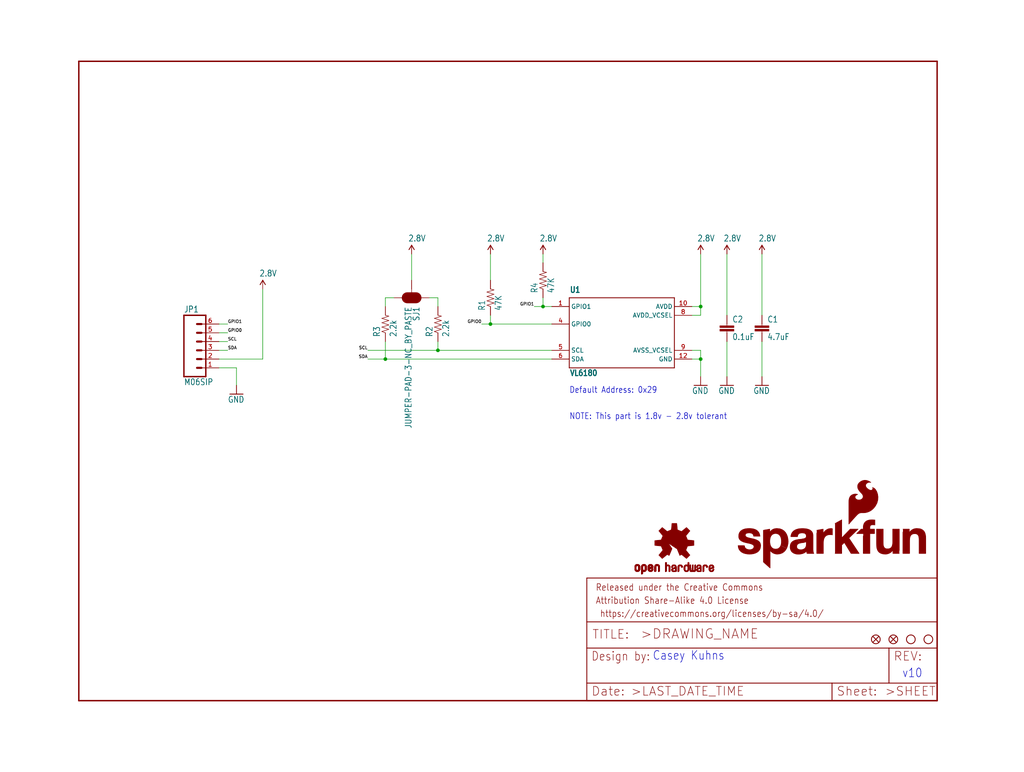
<source format=kicad_sch>
(kicad_sch (version 20211123) (generator eeschema)
  (paper "User" 297.002 223.926)
  (lib_symbols
    (symbol "eagleSchem-eagle-import:0.1UF-25V(+80{slash}-20%)(0603)"
      (property "Reference" "C" (at 1.524 2.921 0))
      (property "Value" "0.1UF-25V(+80{slash}-20%)(0603)" (at 1.524 -2.159 0))
      (symbol "0.1UF-25V(+80{slash}-20%)(0603)_1_0"
        (pin passive line (at 0 5.08 270) (length 2.54) (name "1") (number "1"))
        (pin passive line (at 0 -2.54 90) (length 2.54) (name "2") (number "2"))
      )
    )
    (symbol "eagleSchem-eagle-import:2.2KOHM1{slash}10W1%(0603)"
      (property "Reference" "R" (at -3.81 1.4986 0))
      (property "Value" "2.2KOHM1{slash}10W1%(0603)" (at -3.81 -3.302 0))
      (symbol "2.2KOHM1{slash}10W1%(0603)_1_0"
        (pin passive line (at -5.08 0 0) (length 2.54) (name "1") (number "1"))
        (pin passive line (at 5.08 0 180) (length 2.54) (name "2") (number "2"))
      )
    )
    (symbol "eagleSchem-eagle-import:2.8V" (power)
      (property "Value" "2.8V" (at -1.016 3.556 0))
      (symbol "2.8V_1_0"
        (pin power_in line (at 0 0 90) (length 2.54) (name "2.8V") (number "1"))
      )
    )
    (symbol "eagleSchem-eagle-import:4.7UF-6.3V-10%(0603)0603"
      (property "Reference" "C" (at 1.524 2.921 0))
      (property "Value" "4.7UF-6.3V-10%(0603)0603" (at 1.524 -2.159 0))
      (symbol "4.7UF-6.3V-10%(0603)0603_1_0"
        (pin passive line (at 0 5.08 270) (length 2.54) (name "1") (number "1"))
        (pin passive line (at 0 -2.54 90) (length 2.54) (name "2") (number "2"))
      )
    )
    (symbol "eagleSchem-eagle-import:47KOHM1{slash}10W1%(0603)"
      (property "Reference" "R" (at -3.81 1.4986 0))
      (property "Value" "47KOHM1{slash}10W1%(0603)" (at -3.81 -3.302 0))
      (symbol "47KOHM1{slash}10W1%(0603)_1_0"
        (pin passive line (at -5.08 0 0) (length 2.54) (name "1") (number "1"))
        (pin passive line (at 5.08 0 180) (length 2.54) (name "2") (number "2"))
      )
    )
    (symbol "eagleSchem-eagle-import:FIDUCIAL1X2")
    (symbol "eagleSchem-eagle-import:FRAME-LETTER"
      (symbol "FRAME-LETTER_2_0"
        (text " https://creativecommons.org/licenses/by-sa/4.0/" (at 2.54 24.13 0) (effects (font (size 1.9304 1.6408)) (justify left bottom)))
        (text ">DRAWING_NAME" (at 15.494 17.78 0) (effects (font (size 2.7432 2.7432)) (justify left bottom)))
        (text ">LAST_DATE_TIME" (at 12.7 1.27 0) (effects (font (size 2.54 2.54)) (justify left bottom)))
        (text ">SHEET" (at 86.36 1.27 0) (effects (font (size 2.54 2.54)) (justify left bottom)))
        (text "Attribution Share-Alike 4.0 License" (at 2.54 27.94 0) (effects (font (size 1.9304 1.6408)) (justify left bottom)))
        (text "Date:" (at 1.27 1.27 0) (effects (font (size 2.54 2.54)) (justify left bottom)))
        (text "Design by:" (at 1.27 11.43 0) (effects (font (size 2.54 2.159)) (justify left bottom)))
        (text "Released under the Creative Commons" (at 2.54 31.75 0) (effects (font (size 1.9304 1.6408)) (justify left bottom)))
        (text "REV:" (at 88.9 11.43 0) (effects (font (size 2.54 2.54)) (justify left bottom)))
        (text "Sheet:" (at 72.39 1.27 0) (effects (font (size 2.54 2.54)) (justify left bottom)))
        (text "TITLE:" (at 1.524 17.78 0) (effects (font (size 2.54 2.54)) (justify left bottom)))
      )
    )
    (symbol "eagleSchem-eagle-import:GND" (power)
      (property "Value" "GND" (at -2.54 -2.54 0))
      (symbol "GND_1_0"
        (pin power_in line (at 0 2.54 270) (length 2.54) (name "GND") (number "1"))
      )
    )
    (symbol "eagleSchem-eagle-import:JUMPER-PAD-3-NC_BY_PASTE"
      (property "Value" "JUMPER-PAD-3-NC_BY_PASTE" (at 2.54 -1.905 0))
      (symbol "JUMPER-PAD-3-NC_BY_PASTE_1_0"
        (pin passive line (at 0 5.08 270) (length 2.54) (name "1") (number "1"))
        (pin passive line (at -5.08 0 0) (length 2.54) (name "2") (number "2"))
        (pin passive line (at 0 -5.08 90) (length 2.54) (name "3") (number "3"))
      )
    )
    (symbol "eagleSchem-eagle-import:M06SIP"
      (property "Reference" "JP" (at -5.08 10.922 0))
      (property "Value" "M06SIP" (at -5.08 -10.16 0))
      (symbol "M06SIP_1_0"
        (pin passive line (at 5.08 -5.08 180) (length 5.08) (name "1") (number "1"))
        (pin passive line (at 5.08 -2.54 180) (length 5.08) (name "2") (number "2"))
        (pin passive line (at 5.08 0 180) (length 5.08) (name "3") (number "3"))
        (pin passive line (at 5.08 2.54 180) (length 5.08) (name "4") (number "4"))
        (pin passive line (at 5.08 5.08 180) (length 5.08) (name "5") (number "5"))
        (pin passive line (at 5.08 7.62 180) (length 5.08) (name "6") (number "6"))
      )
    )
    (symbol "eagleSchem-eagle-import:OSHW-LOGOS")
    (symbol "eagleSchem-eagle-import:SFE_LOGO_NAME_FLAME.1_INCH")
    (symbol "eagleSchem-eagle-import:STAND-OFF")
    (symbol "eagleSchem-eagle-import:VL6180"
      (property "Reference" "U" (at -15.24 11.43 0))
      (property "Value" "VL6180" (at -15.24 -12.7 0))
      (symbol "VL6180_1_0"
        (pin bidirectional line (at -20.32 7.62 0) (length 5.08) (name "GPIO1") (number "1"))
        (pin bidirectional line (at 20.32 7.62 180) (length 5.08) (name "AVDD") (number "10"))
        (pin bidirectional line (at 20.32 -7.62 180) (length 5.08) (name "GND") (number "12"))
        (pin bidirectional line (at -20.32 2.54 0) (length 5.08) (name "GPIO0") (number "4"))
        (pin bidirectional line (at -20.32 -5.08 0) (length 5.08) (name "SCL") (number "5"))
        (pin bidirectional line (at -20.32 -7.62 0) (length 5.08) (name "SDA") (number "6"))
        (pin bidirectional line (at 20.32 5.08 180) (length 5.08) (name "AVDD_VCSEL") (number "8"))
        (pin bidirectional line (at 20.32 -5.08 180) (length 5.08) (name "AVSS_VCSEL") (number "9"))
      )
    )
  )
  (junction (at 127 101.6))
  (junction (at 203.2 88.9))
  (junction (at 157.48 88.9))
  (junction (at 142.24 93.98))
  (junction (at 111.76 104.14))
  (junction (at 203.2 104.14))
  (wire (pts (xy 127 99.06) (xy 127 101.6)))
  (wire (pts (xy 157.48 76.2) (xy 157.48 73.66)))
  (wire (pts (xy 76.2 104.14) (xy 76.2 83.82)))
  (wire (pts (xy 63.5 96.52) (xy 66.04 96.52)))
  (wire (pts (xy 203.2 91.44) (xy 203.2 88.9)))
  (wire (pts (xy 63.5 106.68) (xy 68.58 106.68)))
  (wire (pts (xy 127 86.36) (xy 124.46 86.36)))
  (wire (pts (xy 220.98 91.44) (xy 220.98 73.66)))
  (wire (pts (xy 210.82 91.44) (xy 210.82 73.66)))
  (wire (pts (xy 200.66 101.6) (xy 203.2 101.6)))
  (wire (pts (xy 203.2 88.9) (xy 200.66 88.9)))
  (wire (pts (xy 63.5 104.14) (xy 76.2 104.14)))
  (wire (pts (xy 111.76 86.36) (xy 114.3 86.36)))
  (wire (pts (xy 203.2 104.14) (xy 200.66 104.14)))
  (wire (pts (xy 111.76 104.14) (xy 111.76 99.06)))
  (wire (pts (xy 142.24 93.98) (xy 139.7 93.98)))
  (wire (pts (xy 119.38 73.66) (xy 119.38 81.28)))
  (wire (pts (xy 203.2 101.6) (xy 203.2 104.14)))
  (wire (pts (xy 63.5 99.06) (xy 66.04 99.06)))
  (wire (pts (xy 157.48 88.9) (xy 154.94 88.9)))
  (wire (pts (xy 142.24 81.28) (xy 142.24 73.66)))
  (wire (pts (xy 157.48 88.9) (xy 157.48 86.36)))
  (wire (pts (xy 63.5 101.6) (xy 66.04 101.6)))
  (wire (pts (xy 160.02 104.14) (xy 111.76 104.14)))
  (wire (pts (xy 203.2 104.14) (xy 203.2 109.22)))
  (wire (pts (xy 220.98 99.06) (xy 220.98 109.22)))
  (wire (pts (xy 111.76 104.14) (xy 106.68 104.14)))
  (wire (pts (xy 160.02 93.98) (xy 142.24 93.98)))
  (wire (pts (xy 142.24 93.98) (xy 142.24 91.44)))
  (wire (pts (xy 210.82 99.06) (xy 210.82 109.22)))
  (wire (pts (xy 160.02 88.9) (xy 157.48 88.9)))
  (wire (pts (xy 127 88.9) (xy 127 86.36)))
  (wire (pts (xy 111.76 88.9) (xy 111.76 86.36)))
  (wire (pts (xy 68.58 106.68) (xy 68.58 111.76)))
  (wire (pts (xy 160.02 101.6) (xy 127 101.6)))
  (wire (pts (xy 203.2 88.9) (xy 203.2 73.66)))
  (wire (pts (xy 127 101.6) (xy 106.68 101.6)))
  (wire (pts (xy 200.66 91.44) (xy 203.2 91.44)))
  (wire (pts (xy 63.5 93.98) (xy 66.04 93.98)))
  (text "Casey Kuhns" (at 189.23 191.77 180) (effects (font (size 2.54 2.159)) (justify left bottom)))
  (text "v10" (at 261.62 196.85 180) (effects (font (size 2.54 2.159)) (justify left bottom)))
  (text "NOTE: This part is 1.8v - 2.8v tolerant" (at 165.1 121.92 180) (effects (font (size 1.778 1.5113)) (justify left bottom)))
  (text "Default Address: 0x29" (at 165.1 114.3 180) (effects (font (size 1.778 1.5113)) (justify left bottom)))
  (label "SCL" (at 106.68 101.6 180) (effects (font (size 0.889 0.889))))
  (label "SDA" (at 66.04 101.6 0) (effects (font (size 0.889 0.889))))
  (label "GPIO0" (at 66.04 96.52 0) (effects (font (size 0.889 0.889))))
  (label "GPIO0" (at 139.7 93.98 180) (effects (font (size 0.889 0.889))))
  (label "GPIO1" (at 66.04 93.98 0) (effects (font (size 0.889 0.889))))
  (label "SCL" (at 66.04 99.06 0) (effects (font (size 0.889 0.889))))
  (label "SDA" (at 106.68 104.14 180) (effects (font (size 0.889 0.889))))
  (label "GPIO1" (at 154.94 88.9 180) (effects (font (size 0.889 0.889))))
  (symbol (lib_id "eagleSchem-eagle-import:SFE_LOGO_NAME_FLAME.1_INCH") (at 213.36 165.1 0) (unit 1)
    (property "Reference" "LOGO1" (effects hide))
    (property "Value" "SFE_LOGO_NAME_FLAME.1_INCH" (effects hide))
    (property "Footprint" "eagleSchem:SFE_LOGO_NAME_FLAME_.1" (effects hide))
  )
  (symbol (lib_id "eagleSchem-eagle-import:2.8V") (at 76.2 83.82 0) (unit 1)
    (property "Reference" "#SUPPLY4" (effects hide))
    (property "Value" "2.8V" (at 75.184 80.264 0) (effects (font (size 1.778 1.5113)) (justify left bottom)))
    (property "Footprint" "eagleSchem:" (effects hide))
  )
  (symbol (lib_id "eagleSchem-eagle-import:GND") (at 68.58 114.3 0) (unit 1)
    (property "Reference" "#GND4" (effects hide))
    (property "Value" "GND" (at 66.04 116.84 0) (effects (font (size 1.778 1.5113)) (justify left bottom)))
    (property "Footprint" "eagleSchem:" (effects hide))
  )
  (symbol (lib_id "eagleSchem-eagle-import:GND") (at 203.2 111.76 0) (unit 1)
    (property "Reference" "#GND1" (effects hide))
    (property "Value" "GND" (at 200.66 114.3 0) (effects (font (size 1.778 1.5113)) (justify left bottom)))
    (property "Footprint" "eagleSchem:" (effects hide))
  )
  (symbol (lib_id "eagleSchem-eagle-import:GND") (at 220.98 111.76 0) (unit 1)
    (property "Reference" "#GND3" (effects hide))
    (property "Value" "GND" (at 218.44 114.3 0) (effects (font (size 1.778 1.5113)) (justify left bottom)))
    (property "Footprint" "eagleSchem:" (effects hide))
  )
  (symbol (lib_id "eagleSchem-eagle-import:2.8V") (at 142.24 73.66 0) (unit 1)
    (property "Reference" "#SUPPLY8" (effects hide))
    (property "Value" "2.8V" (at 141.224 70.104 0) (effects (font (size 1.778 1.5113)) (justify left bottom)))
    (property "Footprint" "eagleSchem:" (effects hide))
  )
  (symbol (lib_id "eagleSchem-eagle-import:2.2KOHM1{slash}10W1%(0603)") (at 111.76 93.98 90) (unit 1)
    (property "Reference" "R3" (at 110.2614 97.79 0) (effects (font (size 1.778 1.5113)) (justify left bottom)))
    (property "Value" "2.2k" (at 115.062 97.79 0) (effects (font (size 1.778 1.5113)) (justify left bottom)))
    (property "Footprint" "eagleSchem:0603-RES" (effects hide))
  )
  (symbol (lib_id "eagleSchem-eagle-import:OSHW-LOGOS") (at 195.58 157.48 0) (unit 1)
    (property "Reference" "LOGO2" (effects hide))
    (property "Value" "OSHW-LOGOS" (effects hide))
    (property "Footprint" "eagleSchem:OSHW-LOGO-S" (effects hide))
  )
  (symbol (lib_id "eagleSchem-eagle-import:2.8V") (at 157.48 73.66 0) (unit 1)
    (property "Reference" "#SUPPLY7" (effects hide))
    (property "Value" "2.8V" (at 156.464 70.104 0) (effects (font (size 1.778 1.5113)) (justify left bottom)))
    (property "Footprint" "eagleSchem:" (effects hide))
  )
  (symbol (lib_id "eagleSchem-eagle-import:47KOHM1{slash}10W1%(0603)") (at 142.24 86.36 90) (unit 1)
    (property "Reference" "R1" (at 140.7414 90.17 0) (effects (font (size 1.778 1.5113)) (justify left bottom)))
    (property "Value" "47K" (at 145.542 90.17 0) (effects (font (size 1.778 1.5113)) (justify left bottom)))
    (property "Footprint" "eagleSchem:0603-RES" (effects hide))
  )
  (symbol (lib_id "eagleSchem-eagle-import:FIDUCIAL1X2") (at 254 185.42 0) (unit 1)
    (property "Reference" "FID2" (effects hide))
    (property "Value" "FIDUCIAL1X2" (effects hide))
    (property "Footprint" "eagleSchem:FIDUCIAL-1X2" (effects hide))
  )
  (symbol (lib_id "eagleSchem-eagle-import:JUMPER-PAD-3-NC_BY_PASTE") (at 119.38 86.36 270) (unit 1)
    (property "Reference" "SJ1" (at 119.761 88.9 0) (effects (font (size 1.778 1.5113)) (justify left bottom)))
    (property "Value" "JUMPER-PAD-3-NC_BY_PASTE" (at 117.475 88.9 0) (effects (font (size 1.778 1.5113)) (justify left bottom)))
    (property "Footprint" "eagleSchem:PAD-JUMPER-3-NC_BY_PASTE_YES_SILK_FULL_BOX" (effects hide))
  )
  (symbol (lib_id "eagleSchem-eagle-import:47KOHM1{slash}10W1%(0603)") (at 157.48 81.28 90) (unit 1)
    (property "Reference" "R4" (at 155.9814 85.09 0) (effects (font (size 1.778 1.5113)) (justify left bottom)))
    (property "Value" "47K" (at 160.782 85.09 0) (effects (font (size 1.778 1.5113)) (justify left bottom)))
    (property "Footprint" "eagleSchem:0603-RES" (effects hide))
  )
  (symbol (lib_id "eagleSchem-eagle-import:2.8V") (at 220.98 73.66 0) (unit 1)
    (property "Reference" "#SUPPLY2" (effects hide))
    (property "Value" "2.8V" (at 219.964 70.104 0) (effects (font (size 1.778 1.5113)) (justify left bottom)))
    (property "Footprint" "eagleSchem:" (effects hide))
  )
  (symbol (lib_id "eagleSchem-eagle-import:2.8V") (at 210.82 73.66 0) (unit 1)
    (property "Reference" "#SUPPLY1" (effects hide))
    (property "Value" "2.8V" (at 209.804 70.104 0) (effects (font (size 1.778 1.5113)) (justify left bottom)))
    (property "Footprint" "eagleSchem:" (effects hide))
  )
  (symbol (lib_id "eagleSchem-eagle-import:STAND-OFF") (at 264.16 185.42 0) (unit 1)
    (property "Reference" "STANDOFF2" (effects hide))
    (property "Value" "STAND-OFF" (effects hide))
    (property "Footprint" "eagleSchem:STAND-OFF" (effects hide))
  )
  (symbol (lib_id "eagleSchem-eagle-import:VL6180") (at 180.34 96.52 0) (unit 1)
    (property "Reference" "U1" (at 165.1 85.09 0) (effects (font (size 1.6764 1.4249) bold) (justify left bottom)))
    (property "Value" "VL6180" (at 165.1 109.22 0) (effects (font (size 1.6764 1.4249) bold) (justify left bottom)))
    (property "Footprint" "eagleSchem:VL6180" (effects hide))
  )
  (symbol (lib_id "eagleSchem-eagle-import:0.1UF-25V(+80{slash}-20%)(0603)") (at 210.82 96.52 0) (unit 1)
    (property "Reference" "C2" (at 212.344 93.599 0) (effects (font (size 1.778 1.5113)) (justify left bottom)))
    (property "Value" "0.1uF" (at 212.344 98.679 0) (effects (font (size 1.778 1.5113)) (justify left bottom)))
    (property "Footprint" "eagleSchem:0603-CAP" (effects hide))
  )
  (symbol (lib_id "eagleSchem-eagle-import:2.8V") (at 119.38 73.66 0) (unit 1)
    (property "Reference" "#SUPPLY9" (effects hide))
    (property "Value" "2.8V" (at 118.364 70.104 0) (effects (font (size 1.778 1.5113)) (justify left bottom)))
    (property "Footprint" "eagleSchem:" (effects hide))
  )
  (symbol (lib_id "eagleSchem-eagle-import:FIDUCIAL1X2") (at 259.08 185.42 0) (unit 1)
    (property "Reference" "FID1" (effects hide))
    (property "Value" "FIDUCIAL1X2" (effects hide))
    (property "Footprint" "eagleSchem:FIDUCIAL-1X2" (effects hide))
  )
  (symbol (lib_id "eagleSchem-eagle-import:STAND-OFF") (at 269.24 185.42 0) (unit 1)
    (property "Reference" "STANDOFF1" (effects hide))
    (property "Value" "STAND-OFF" (effects hide))
    (property "Footprint" "eagleSchem:STAND-OFF" (effects hide))
  )
  (symbol (lib_id "eagleSchem-eagle-import:M06SIP") (at 58.42 101.6 0) (unit 1)
    (property "Reference" "JP1" (at 53.34 90.678 0) (effects (font (size 1.778 1.5113)) (justify left bottom)))
    (property "Value" "M06SIP" (at 53.34 111.76 0) (effects (font (size 1.778 1.5113)) (justify left bottom)))
    (property "Footprint" "eagleSchem:1X06" (effects hide))
  )
  (symbol (lib_id "eagleSchem-eagle-import:4.7UF-6.3V-10%(0603)0603") (at 220.98 96.52 0) (unit 1)
    (property "Reference" "C1" (at 222.504 93.599 0) (effects (font (size 1.778 1.5113)) (justify left bottom)))
    (property "Value" "4.7uF" (at 222.504 98.679 0) (effects (font (size 1.778 1.5113)) (justify left bottom)))
    (property "Footprint" "eagleSchem:0603-CAP" (effects hide))
  )
  (symbol (lib_id "eagleSchem-eagle-import:FRAME-LETTER") (at 22.86 203.2 0) (unit 1)
    (property "Reference" "FRAME1" (effects hide))
    (property "Value" "FRAME-LETTER" (effects hide))
    (property "Footprint" "eagleSchem:CREATIVE_COMMONS" (effects hide))
  )
  (symbol (lib_id "eagleSchem-eagle-import:2.8V") (at 203.2 73.66 0) (unit 1)
    (property "Reference" "#SUPPLY3" (effects hide))
    (property "Value" "2.8V" (at 202.184 70.104 0) (effects (font (size 1.778 1.5113)) (justify left bottom)))
    (property "Footprint" "eagleSchem:" (effects hide))
  )
  (symbol (lib_id "eagleSchem-eagle-import:2.2KOHM1{slash}10W1%(0603)") (at 127 93.98 90) (unit 1)
    (property "Reference" "R2" (at 125.5014 97.79 0) (effects (font (size 1.778 1.5113)) (justify left bottom)))
    (property "Value" "2.2k" (at 130.302 97.79 0) (effects (font (size 1.778 1.5113)) (justify left bottom)))
    (property "Footprint" "eagleSchem:0603-RES" (effects hide))
  )
  (symbol (lib_id "eagleSchem-eagle-import:GND") (at 210.82 111.76 0) (unit 1)
    (property "Reference" "#GND2" (effects hide))
    (property "Value" "GND" (at 208.28 114.3 0) (effects (font (size 1.778 1.5113)) (justify left bottom)))
    (property "Footprint" "eagleSchem:" (effects hide))
  )
  (symbol (lib_id "eagleSchem-eagle-import:FRAME-LETTER") (at 170.18 203.2 0) (unit 2)
    (property "Reference" "FRAME1" (effects hide))
    (property "Value" "FRAME-LETTER" (effects hide))
    (property "Footprint" "eagleSchem:CREATIVE_COMMONS" (effects hide))
  )
)
</source>
